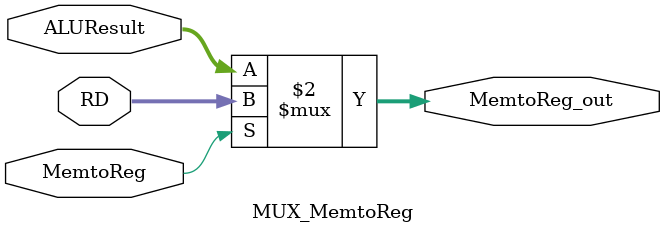
<source format=sv>
module MUX_MemtoReg(
	input logic MemtoReg,
	input logic[31:0] ALUResult,
	input logic[31:0] RD,
	output logic[31:0] MemtoReg_out
);

	assign MemtoReg_out = (MemtoReg != 0) ? RD : ALUResult;
endmodule

</source>
